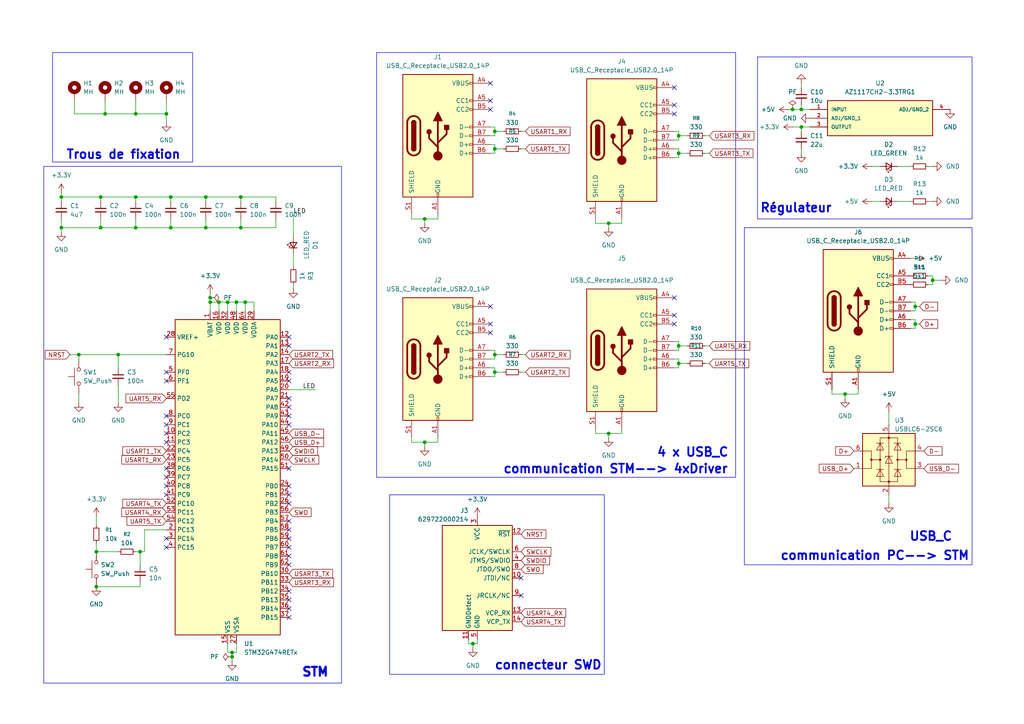
<source format=kicad_sch>
(kicad_sch (version 20250114) (generator "eeschema") (generator_version "9.0")
  (paper "A4")
  (title_block (title "communication schematic") (date "2025-04-07") (rev "V2") (company "ENSEA"))
  (rectangle (start 109.22 15.24) (end 213.36 138.43))
  (rectangle (start 215.9 66.04) (end 281.94 163.83))
  (rectangle (start 12.7 48.26) (end 99.06 198.12))
  (rectangle (start 15.24 15.24) (end 55.88 46.99))
  (rectangle (start 219.71 16.51) (end 281.94 63.5))
  (text "Trous de fixation" (at 35.814 44.958 0) (effects (font (size 2.54 2.54) (thickness 0.508) (bold yes))))
  (text "connecteur SWD\n" (at 159.004 193.04 0) (effects (font (size 2.54 2.54) (thickness 0.508) (bold yes))))
  (text "4 x USB_C\n" (at 200.914 131.318 0) (effects (font (size 2.54 2.54) (thickness 0.508) (bold yes))))
  (text "STM" (at 91.44 195.072 0) (effects (font (size 2.54 2.54) (thickness 0.762) (bold yes))))
  (text "communication STM--> 4xDriver\n" (at 178.562 136.144 0) (effects (font (size 2.54 2.54) (thickness 0.508) (bold yes))))
  (text "communication PC--> STM" (at 253.746 161.29 0) (effects (font (size 2.54 2.54) (thickness 0.508) (bold yes))))
  (text "USB_C\n" (at 270.002 155.702 0) (effects (font (size 2.54 2.54) (thickness 0.508) (bold yes))))
  (text "Régulateur\n" (at 230.886 60.452 0) (effects (font (size 2.54 2.54) (thickness 0.508) (bold yes))))
  (text_box "" (at 113.03 143.51 0) (size 62.23 52.07) (margins 0.9525 0.9525 0.9525 0.9525) (effects (font (size 1.27 1.27)) (justify left top)))
  (junction (at 48.26 33.02))
  (junction (at 232.41 31.75))
  (junction (at 143.51 38.1))
  (junction (at 143.51 43.18))
  (junction (at 59.69 66.04))
  (junction (at 17.78 66.04))
  (junction (at 176.53 125.73))
  (junction (at 60.96 86.36))
  (junction (at 245.11 114.3))
  (junction (at 29.21 57.15))
  (junction (at 176.53 64.77))
  (junction (at 270.51 81.28))
  (junction (at 34.29 102.87))
  (junction (at 39.37 66.04))
  (junction (at 67.31 189.23))
  (junction (at 265.43 88.9))
  (junction (at 49.53 66.04))
  (junction (at 196.85 44.45))
  (junction (at 67.31 190.5))
  (junction (at 63.5 87.63))
  (junction (at 17.78 57.15))
  (junction (at 137.16 186.69))
  (junction (at 232.41 36.83))
  (junction (at 49.53 57.15))
  (junction (at 39.37 57.15))
  (junction (at 68.58 87.63))
  (junction (at 39.37 33.02))
  (junction (at 196.85 39.37))
  (junction (at 196.85 105.41))
  (junction (at 59.69 57.15))
  (junction (at 27.94 170.18))
  (junction (at 40.64 160.02))
  (junction (at 143.51 102.87))
  (junction (at 60.96 87.63))
  (junction (at 69.85 57.15))
  (junction (at 27.94 160.02))
  (junction (at 66.04 87.63))
  (junction (at 123.19 128.27))
  (junction (at 71.12 87.63))
  (junction (at 265.43 93.98))
  (junction (at 196.85 100.33))
  (junction (at 30.48 33.02))
  (junction (at 29.21 66.04))
  (junction (at 22.86 102.87))
  (junction (at 229.87 31.75))
  (junction (at 69.85 66.04))
  (junction (at 143.51 107.95))
  (junction (at 123.19 63.5))
  (no_connect (at 83.82 118.11))
  (no_connect (at 195.58 25.4))
  (no_connect (at 48.26 120.65))
  (no_connect (at 48.26 110.49))
  (no_connect (at 142.24 31.75))
  (no_connect (at 142.24 88.9))
  (no_connect (at 195.58 91.44))
  (no_connect (at 83.82 143.51))
  (no_connect (at 83.82 140.97))
  (no_connect (at 83.82 171.45))
  (no_connect (at 48.26 107.95))
  (no_connect (at 151.13 172.72))
  (no_connect (at 48.26 128.27))
  (no_connect (at 142.24 29.21))
  (no_connect (at 83.82 158.75))
  (no_connect (at 83.82 161.29))
  (no_connect (at 83.82 110.49))
  (no_connect (at 83.82 173.99))
  (no_connect (at 48.26 123.19))
  (no_connect (at 48.26 97.79))
  (no_connect (at 83.82 163.83))
  (no_connect (at 83.82 120.65))
  (no_connect (at 83.82 135.89))
  (no_connect (at 83.82 100.33))
  (no_connect (at 195.58 86.36))
  (no_connect (at 48.26 143.51))
  (no_connect (at 83.82 156.21))
  (no_connect (at 195.58 93.98))
  (no_connect (at 83.82 115.57))
  (no_connect (at 48.26 140.97))
  (no_connect (at 142.24 24.13))
  (no_connect (at 83.82 176.53))
  (no_connect (at 151.13 167.64))
  (no_connect (at 142.24 93.98))
  (no_connect (at 48.26 158.75))
  (no_connect (at 83.82 179.07))
  (no_connect (at 83.82 123.19))
  (no_connect (at 83.82 97.79))
  (no_connect (at 48.26 138.43))
  (no_connect (at 195.58 33.02))
  (no_connect (at 48.26 156.21))
  (no_connect (at 83.82 107.95))
  (no_connect (at 83.82 153.67))
  (no_connect (at 48.26 125.73))
  (no_connect (at 195.58 30.48))
  (no_connect (at 83.82 146.05))
  (no_connect (at 142.24 96.52))
  (no_connect (at 83.82 151.13))
  (no_connect (at 48.26 135.89))
  (wire (pts (xy 27.94 149.86) (xy 27.94 152.4)))
  (wire (pts (xy 59.69 57.15) (xy 59.69 58.42)))
  (wire (pts (xy 48.26 153.67) (xy 41.91 153.67)))
  (wire (pts (xy 245.11 114.3) (xy 245.11 115.57)))
  (wire (pts (xy 17.78 66.04) (xy 29.21 66.04)))
  (wire (pts (xy 196.85 43.18) (xy 196.85 44.45)))
  (wire (pts (xy 195.58 38.1) (xy 196.85 38.1)))
  (wire (pts (xy 151.13 43.18) (xy 152.4 43.18)))
  (wire (pts (xy 63.5 87.63) (xy 60.96 87.63)))
  (wire (pts (xy 17.78 57.15) (xy 17.78 58.42)))
  (wire (pts (xy 67.31 189.23) (xy 68.58 189.23)))
  (wire (pts (xy 27.94 160.02) (xy 34.29 160.02)))
  (wire (pts (xy 85.09 82.55) (xy 85.09 83.82)))
  (wire (pts (xy 41.91 160.02) (xy 40.64 160.02)))
  (wire (pts (xy 265.43 93.98) (xy 265.43 95.25)))
  (wire (pts (xy 264.16 58.42) (xy 260.35 58.42)))
  (wire (pts (xy 257.81 143.51) (xy 257.81 146.05)))
  (wire (pts (xy 127 127) (xy 127 128.27)))
  (wire (pts (xy 59.69 57.15) (xy 69.85 57.15)))
  (wire (pts (xy 66.04 189.23) (xy 67.31 189.23)))
  (wire (pts (xy 27.94 170.18) (xy 40.64 170.18)))
  (wire (pts (xy 49.53 66.04) (xy 59.69 66.04)))
  (wire (pts (xy 137.16 187.96) (xy 137.16 186.69)))
  (wire (pts (xy 123.19 63.5) (xy 123.19 64.77)))
  (wire (pts (xy 137.16 186.69) (xy 135.89 186.69)))
  (wire (pts (xy 248.92 113.03) (xy 248.92 114.3)))
  (wire (pts (xy 80.01 66.04) (xy 80.01 63.5)))
  (wire (pts (xy 39.37 66.04) (xy 39.37 63.5)))
  (wire (pts (xy 41.91 153.67) (xy 41.91 160.02)))
  (wire (pts (xy 49.53 57.15) (xy 59.69 57.15)))
  (wire (pts (xy 176.53 125.73) (xy 176.53 127)))
  (wire (pts (xy 68.58 189.23) (xy 68.58 186.69)))
  (wire (pts (xy 265.43 92.71) (xy 265.43 93.98)))
  (wire (pts (xy 39.37 57.15) (xy 39.37 58.42)))
  (wire (pts (xy 143.51 41.91) (xy 143.51 43.18)))
  (wire (pts (xy 29.21 57.15) (xy 29.21 58.42)))
  (wire (pts (xy 257.81 119.38) (xy 257.81 123.19)))
  (wire (pts (xy 34.29 102.87) (xy 22.86 102.87)))
  (wire (pts (xy 123.19 128.27) (xy 127 128.27)))
  (wire (pts (xy 264.16 87.63) (xy 265.43 87.63)))
  (wire (pts (xy 195.58 99.06) (xy 196.85 99.06)))
  (wire (pts (xy 73.66 87.63) (xy 71.12 87.63)))
  (wire (pts (xy 142.24 106.68) (xy 143.51 106.68)))
  (wire (pts (xy 17.78 55.88) (xy 17.78 57.15)))
  (wire (pts (xy 48.26 102.87) (xy 34.29 102.87)))
  (wire (pts (xy 60.96 86.36) (xy 60.96 87.63)))
  (wire (pts (xy 29.21 57.15) (xy 39.37 57.15)))
  (wire (pts (xy 241.3 113.03) (xy 241.3 114.3)))
  (wire (pts (xy 255.27 48.26) (xy 252.73 48.26)))
  (wire (pts (xy 270.51 58.42) (xy 269.24 58.42)))
  (wire (pts (xy 143.51 43.18) (xy 143.51 44.45)))
  (wire (pts (xy 143.51 107.95) (xy 146.05 107.95)))
  (wire (pts (xy 196.85 39.37) (xy 196.85 40.64)))
  (wire (pts (xy 143.51 109.22) (xy 142.24 109.22)))
  (wire (pts (xy 204.47 105.41) (xy 205.74 105.41)))
  (wire (pts (xy 17.78 66.04) (xy 17.78 67.31)))
  (wire (pts (xy 232.41 36.83) (xy 232.41 38.1)))
  (wire (pts (xy 143.51 36.83) (xy 143.51 38.1)))
  (wire (pts (xy 269.24 80.01) (xy 270.51 80.01)))
  (wire (pts (xy 265.43 90.17) (xy 264.16 90.17)))
  (wire (pts (xy 69.85 66.04) (xy 80.01 66.04)))
  (wire (pts (xy 196.85 40.64) (xy 195.58 40.64)))
  (wire (pts (xy 17.78 57.15) (xy 29.21 57.15)))
  (wire (pts (xy 143.51 107.95) (xy 143.51 109.22)))
  (wire (pts (xy 196.85 101.6) (xy 195.58 101.6)))
  (wire (pts (xy 195.58 43.18) (xy 196.85 43.18)))
  (wire (pts (xy 85.09 62.23) (xy 85.09 68.58)))
  (wire (pts (xy 39.37 66.04) (xy 49.53 66.04)))
  (wire (pts (xy 59.69 66.04) (xy 69.85 66.04)))
  (wire (pts (xy 68.58 87.63) (xy 68.58 90.17)))
  (wire (pts (xy 40.64 160.02) (xy 40.64 163.83)))
  (wire (pts (xy 265.43 88.9) (xy 265.43 90.17)))
  (wire (pts (xy 195.58 104.14) (xy 196.85 104.14)))
  (wire (pts (xy 143.51 38.1) (xy 143.51 39.37)))
  (wire (pts (xy 80.01 57.15) (xy 80.01 58.42)))
  (wire (pts (xy 68.58 87.63) (xy 66.04 87.63)))
  (wire (pts (xy 138.43 185.42) (xy 138.43 186.69)))
  (wire (pts (xy 119.38 63.5) (xy 123.19 63.5)))
  (wire (pts (xy 143.51 102.87) (xy 146.05 102.87)))
  (wire (pts (xy 21.59 33.02) (xy 30.48 33.02)))
  (wire (pts (xy 20.32 102.87) (xy 22.86 102.87)))
  (wire (pts (xy 196.85 105.41) (xy 199.39 105.41)))
  (wire (pts (xy 39.37 33.02) (xy 48.26 33.02)))
  (wire (pts (xy 204.47 100.33) (xy 205.74 100.33)))
  (wire (pts (xy 196.85 105.41) (xy 196.85 106.68)))
  (wire (pts (xy 39.37 29.21) (xy 39.37 33.02)))
  (wire (pts (xy 232.41 24.13) (xy 232.41 25.4)))
  (wire (pts (xy 22.86 114.3) (xy 22.86 116.84)))
  (wire (pts (xy 232.41 31.75) (xy 234.95 31.75)))
  (wire (pts (xy 196.85 104.14) (xy 196.85 105.41)))
  (wire (pts (xy 232.41 36.83) (xy 234.95 36.83)))
  (wire (pts (xy 119.38 127) (xy 119.38 128.27)))
  (wire (pts (xy 265.43 87.63) (xy 265.43 88.9)))
  (wire (pts (xy 143.51 39.37) (xy 142.24 39.37)))
  (wire (pts (xy 265.43 74.93) (xy 264.16 74.93)))
  (wire (pts (xy 29.21 66.04) (xy 39.37 66.04)))
  (wire (pts (xy 22.86 102.87) (xy 22.86 104.14)))
  (wire (pts (xy 66.04 87.63) (xy 63.5 87.63)))
  (wire (pts (xy 48.26 35.56) (xy 48.26 33.02)))
  (wire (pts (xy 172.72 125.73) (xy 176.53 125.73)))
  (wire (pts (xy 172.72 63.5) (xy 172.72 64.77)))
  (wire (pts (xy 265.43 93.98) (xy 266.7 93.98)))
  (wire (pts (xy 67.31 191.77) (xy 67.31 190.5)))
  (wire (pts (xy 30.48 33.02) (xy 39.37 33.02)))
  (wire (pts (xy 66.04 87.63) (xy 66.04 90.17)))
  (wire (pts (xy 196.85 100.33) (xy 199.39 100.33)))
  (wire (pts (xy 270.51 81.28) (xy 270.51 82.55)))
  (wire (pts (xy 119.38 62.23) (xy 119.38 63.5)))
  (wire (pts (xy 63.5 87.63) (xy 63.5 90.17)))
  (wire (pts (xy 196.85 99.06) (xy 196.85 100.33)))
  (wire (pts (xy 71.12 87.63) (xy 68.58 87.63)))
  (wire (pts (xy 49.53 57.15) (xy 49.53 58.42)))
  (wire (pts (xy 204.47 39.37) (xy 205.74 39.37)))
  (wire (pts (xy 172.72 124.46) (xy 172.72 125.73)))
  (wire (pts (xy 69.85 57.15) (xy 69.85 58.42)))
  (wire (pts (xy 143.51 43.18) (xy 146.05 43.18)))
  (wire (pts (xy 143.51 101.6) (xy 143.51 102.87)))
  (wire (pts (xy 60.96 87.63) (xy 60.96 90.17)))
  (wire (pts (xy 67.31 189.23) (xy 67.31 190.5)))
  (wire (pts (xy 229.87 31.75) (xy 232.41 31.75)))
  (wire (pts (xy 176.53 125.73) (xy 180.34 125.73)))
  (wire (pts (xy 48.26 29.21) (xy 48.26 33.02)))
  (wire (pts (xy 264.16 92.71) (xy 265.43 92.71)))
  (wire (pts (xy 265.43 88.9) (xy 266.7 88.9)))
  (wire (pts (xy 264.16 48.26) (xy 260.35 48.26)))
  (wire (pts (xy 27.94 157.48) (xy 27.94 160.02)))
  (wire (pts (xy 241.3 114.3) (xy 245.11 114.3)))
  (wire (pts (xy 196.85 100.33) (xy 196.85 101.6)))
  (wire (pts (xy 270.51 82.55) (xy 269.24 82.55)))
  (wire (pts (xy 21.59 29.21) (xy 21.59 33.02)))
  (wire (pts (xy 180.34 63.5) (xy 180.34 64.77)))
  (wire (pts (xy 49.53 66.04) (xy 49.53 63.5)))
  (wire (pts (xy 270.51 80.01) (xy 270.51 81.28)))
  (wire (pts (xy 196.85 38.1) (xy 196.85 39.37)))
  (wire (pts (xy 143.51 102.87) (xy 143.51 104.14)))
  (wire (pts (xy 196.85 106.68) (xy 195.58 106.68)))
  (wire (pts (xy 232.41 44.45) (xy 232.41 43.18)))
  (wire (pts (xy 143.51 104.14) (xy 142.24 104.14)))
  (wire (pts (xy 123.19 63.5) (xy 127 63.5)))
  (wire (pts (xy 40.64 160.02) (xy 39.37 160.02)))
  (wire (pts (xy 196.85 39.37) (xy 199.39 39.37)))
  (wire (pts (xy 196.85 45.72) (xy 195.58 45.72)))
  (wire (pts (xy 142.24 101.6) (xy 143.51 101.6)))
  (wire (pts (xy 60.96 85.09) (xy 60.96 86.36)))
  (wire (pts (xy 265.43 95.25) (xy 264.16 95.25)))
  (wire (pts (xy 69.85 57.15) (xy 80.01 57.15)))
  (wire (pts (xy 270.51 48.26) (xy 269.24 48.26)))
  (wire (pts (xy 143.51 38.1) (xy 146.05 38.1)))
  (wire (pts (xy 151.13 38.1) (xy 152.4 38.1)))
  (wire (pts (xy 180.34 124.46) (xy 180.34 125.73)))
  (wire (pts (xy 30.48 29.21) (xy 30.48 33.02)))
  (wire (pts (xy 66.04 186.69) (xy 66.04 189.23)))
  (wire (pts (xy 119.38 128.27) (xy 123.19 128.27)))
  (wire (pts (xy 196.85 44.45) (xy 196.85 45.72)))
  (wire (pts (xy 123.19 128.27) (xy 123.19 129.54)))
  (wire (pts (xy 40.64 168.91) (xy 40.64 170.18)))
  (wire (pts (xy 34.29 111.76) (xy 34.29 116.84)))
  (wire (pts (xy 151.13 102.87) (xy 152.4 102.87)))
  (wire (pts (xy 245.11 114.3) (xy 248.92 114.3)))
  (wire (pts (xy 138.43 186.69) (xy 137.16 186.69)))
  (wire (pts (xy 176.53 64.77) (xy 176.53 66.04)))
  (wire (pts (xy 135.89 185.42) (xy 135.89 186.69)))
  (wire (pts (xy 143.51 106.68) (xy 143.51 107.95)))
  (wire (pts (xy 204.47 44.45) (xy 205.74 44.45)))
  (wire (pts (xy 71.12 87.63) (xy 71.12 90.17)))
  (wire (pts (xy 151.13 107.95) (xy 152.4 107.95)))
  (wire (pts (xy 34.29 102.87) (xy 34.29 106.68)))
  (wire (pts (xy 29.21 66.04) (xy 29.21 63.5)))
  (wire (pts (xy 172.72 64.77) (xy 176.53 64.77)))
  (wire (pts (xy 142.24 41.91) (xy 143.51 41.91)))
  (wire (pts (xy 229.87 36.83) (xy 232.41 36.83)))
  (wire (pts (xy 176.53 64.77) (xy 180.34 64.77)))
  (wire (pts (xy 69.85 66.04) (xy 69.85 63.5)))
  (wire (pts (xy 232.41 30.48) (xy 232.41 31.75)))
  (wire (pts (xy 270.51 81.28) (xy 273.05 81.28)))
  (wire (pts (xy 142.24 36.83) (xy 143.51 36.83)))
  (wire (pts (xy 228.6 31.75) (xy 229.87 31.75)))
  (wire (pts (xy 59.69 66.04) (xy 59.69 63.5)))
  (wire (pts (xy 73.66 90.17) (xy 73.66 87.63)))
  (wire (pts (xy 127 62.23) (xy 127 63.5)))
  (wire (pts (xy 39.37 57.15) (xy 49.53 57.15)))
  (wire (pts (xy 83.82 113.03) (xy 91.44 113.03)))
  (wire (pts (xy 17.78 63.5) (xy 17.78 66.04)))
  (wire (pts (xy 143.51 44.45) (xy 142.24 44.45)))
  (wire (pts (xy 85.09 73.66) (xy 85.09 77.47)))
  (wire (pts (xy 196.85 44.45) (xy 199.39 44.45)))
  (wire (pts (xy 255.27 58.42) (xy 252.73 58.42)))
  (label "LED" (at 91.44 113.03 180))
  (label "LED" (at 85.09 62.23 0))
  (global_label "SWDIO" (shape input) (at 151.13 162.56 0) (property "Intersheetrefs" "${INTERSHEET_REFS}" (effects (hide yes))))
  (global_label "UART5_RX" (shape input) (at 205.74 100.33 0) (property "Intersheetrefs" "${INTERSHEET_REFS}" (effects (hide yes))))
  (global_label "D+" (shape input) (at 247.65 130.81 180) (property "Intersheetrefs" "${INTERSHEET_REFS}" (effects (hide yes))))
  (global_label "USART4_TX" (shape input) (at 48.26 146.05 180) (property "Intersheetrefs" "${INTERSHEET_REFS}" (effects (hide yes))))
  (global_label "USB_D-" (shape input) (at 83.82 125.73 0) (property "Intersheetrefs" "${INTERSHEET_REFS}" (effects (hide yes))))
  (global_label "USART4_RX" (shape input) (at 48.26 148.59 180) (property "Intersheetrefs" "${INTERSHEET_REFS}" (effects (hide yes))))
  (global_label "USART4_RX" (shape input) (at 151.13 177.8 0) (property "Intersheetrefs" "${INTERSHEET_REFS}" (effects (hide yes))))
  (global_label "D-" (shape input) (at 267.97 130.81 0) (property "Intersheetrefs" "${INTERSHEET_REFS}" (effects (hide yes))))
  (global_label "SWDIO" (shape input) (at 83.82 130.81 0) (property "Intersheetrefs" "${INTERSHEET_REFS}" (effects (hide yes))))
  (global_label "UART5_TX" (shape input) (at 205.74 105.41 0) (property "Intersheetrefs" "${INTERSHEET_REFS}" (effects (hide yes))))
  (global_label "USART1_RX" (shape input) (at 152.4 38.1 0) (property "Intersheetrefs" "${INTERSHEET_REFS}" (effects (hide yes))))
  (global_label "USART3_RX" (shape input) (at 205.74 39.37 0) (property "Intersheetrefs" "${INTERSHEET_REFS}" (effects (hide yes))))
  (global_label "USART2_RX" (shape input) (at 83.82 105.41 0) (property "Intersheetrefs" "${INTERSHEET_REFS}" (effects (hide yes))))
  (global_label "USART3_RX" (shape input) (at 83.82 168.91 0) (property "Intersheetrefs" "${INTERSHEET_REFS}" (effects (hide yes))))
  (global_label "SWO" (shape input) (at 83.82 148.59 0) (property "Intersheetrefs" "${INTERSHEET_REFS}" (effects (hide yes))))
  (global_label "USART3_TX" (shape input) (at 205.74 44.45 0) (property "Intersheetrefs" "${INTERSHEET_REFS}" (effects (hide yes))))
  (global_label "SWCLK" (shape input) (at 83.82 133.35 0) (property "Intersheetrefs" "${INTERSHEET_REFS}" (effects (hide yes))))
  (global_label "USART3_TX" (shape input) (at 83.82 166.37 0) (property "Intersheetrefs" "${INTERSHEET_REFS}" (effects (hide yes))))
  (global_label "USART1_TX" (shape input) (at 152.4 43.18 0) (property "Intersheetrefs" "${INTERSHEET_REFS}" (effects (hide yes))))
  (global_label "USART1_TX" (shape input) (at 48.26 130.81 180) (property "Intersheetrefs" "${INTERSHEET_REFS}" (effects (hide yes))))
  (global_label "D-" (shape input) (at 266.7 88.9 0) (property "Intersheetrefs" "${INTERSHEET_REFS}" (effects (hide yes))))
  (global_label "D+" (shape input) (at 266.7 93.98 0) (property "Intersheetrefs" "${INTERSHEET_REFS}" (effects (hide yes))))
  (global_label "USB_D-" (shape input) (at 267.97 135.89 0) (property "Intersheetrefs" "${INTERSHEET_REFS}" (effects (hide yes))))
  (global_label "NRST" (shape input) (at 20.32 102.87 180) (property "Intersheetrefs" "${INTERSHEET_REFS}" (effects (hide yes))))
  (global_label "USART2_TX" (shape input) (at 152.4 107.95 0) (property "Intersheetrefs" "${INTERSHEET_REFS}" (effects (hide yes))))
  (global_label "SWO" (shape input) (at 151.13 165.1 0) (property "Intersheetrefs" "${INTERSHEET_REFS}" (effects (hide yes))))
  (global_label "UART5_RX" (shape input) (at 48.26 115.57 180) (property "Intersheetrefs" "${INTERSHEET_REFS}" (effects (hide yes))))
  (global_label "UART5_TX" (shape input) (at 48.26 151.13 180) (property "Intersheetrefs" "${INTERSHEET_REFS}" (effects (hide yes))))
  (global_label "USART4_TX" (shape input) (at 151.13 180.34 0) (property "Intersheetrefs" "${INTERSHEET_REFS}" (effects (hide yes))))
  (global_label "USART1_RX" (shape input) (at 48.26 133.35 180) (property "Intersheetrefs" "${INTERSHEET_REFS}" (effects (hide yes))))
  (global_label "NRST" (shape input) (at 151.13 154.94 0) (property "Intersheetrefs" "${INTERSHEET_REFS}" (effects (hide yes))))
  (global_label "USB_D+" (shape input) (at 83.82 128.27 0) (property "Intersheetrefs" "${INTERSHEET_REFS}" (effects (hide yes))))
  (global_label "USART2_RX" (shape input) (at 152.4 102.87 0) (property "Intersheetrefs" "${INTERSHEET_REFS}" (effects (hide yes))))
  (global_label "USB_D+" (shape input) (at 247.65 135.89 180) (property "Intersheetrefs" "${INTERSHEET_REFS}" (effects (hide yes))))
  (global_label "SWCLK" (shape input) (at 151.13 160.02 0) (property "Intersheetrefs" "${INTERSHEET_REFS}" (effects (hide yes))))
  (global_label "USART2_TX" (shape input) (at 83.82 102.87 0) (property "Intersheetrefs" "${INTERSHEET_REFS}" (effects (hide yes))))
  (symbol (lib_id "power:GND") (at 22.86 116.84 0) (unit 1)
    (property "Reference" "#PWR03" (effects (hide yes)))
    (property "Value" "GND" (at 22.86 121.92 0))
    (property "Description" "Power symbol creates a global label with name \"GND\" , ground" (effects (hide yes)))
  )
  (symbol (lib_id "Mechanical:MountingHole_Pad") (at 21.59 26.67 0) (unit 1) (exclude_from_sim yes) (in_bom no)
    (property "Reference" "H1" (at 24.13 24.1299 0) (effects (justify left)))
    (property "Value" "MH" (at 24.13 26.6699 0) (effects (justify left)))
    (property "Footprint" "MountingHole:MountingHole_3.2mm_M3_Pad_Via" (effects (hide yes)))
    (property "Description" "Mounting Hole with connection" (effects (hide yes)))
  )
  (symbol (lib_name "R_Small_3") (lib_id "Device:R_Small") (at 201.93 100.33 90) (unit 1)
    (property "Reference" "R10" (at 201.93 95.25 90) (effects (font (size 1.016 1.016))))
    (property "Value" "330" (at 201.93 97.79 90))
    (property "Footprint" "Resistor_SMD:R_0402_1005Metric" (effects (hide yes)))
    (property "Description" "Resistor, small symbol" (effects (hide yes)))
  )
  (symbol (lib_id "Device:C_Small") (at 39.37 60.96 0) (unit 1)
    (property "Reference" "C4" (at 41.91 59.6962 0) (effects (justify left)))
    (property "Value" "100n" (at 41.91 62.2362 0) (effects (justify left)))
    (property "Footprint" "Capacitor_SMD:C_0402_1005Metric" (effects (hide yes)))
    (property "Description" "Unpolarized capacitor, small symbol" (effects (hide yes)))
  )
  (symbol (lib_id "power:GND") (at 273.05 81.28 90) (unit 1)
    (property "Reference" "#PWR030" (effects (hide yes)))
    (property "Value" "GND" (at 276.86 81.2799 90) (effects (justify right)))
    (property "Description" "Power symbol creates a global label with name \"GND\" , ground" (effects (hide yes)))
  )
  (symbol (lib_id "AZ1117CH2-3.3TRG1:AZ1117CH2-3.3TRG1") (at 234.95 31.75 0) (unit 1)
    (property "Reference" "U2" (at 255.27 24.13 0))
    (property "Value" "AZ1117CH2-3.3TRG1" (at 255.27 26.67 0))
    (property "Footprint" "Package_TO_SOT_SMD:SOT-223" (effects (hide yes)))
    (property "MANUFACTURER_NAME" "Diodes Inc." (effects (hide yes)))
    (property "MF" "Diodes Inc." (effects (hide yes)))
    (property "MOUSER_PRICE-STOCK" "https://www.mouser.co.uk/ProductDetail/Diodes-Incorporated/AZ1117CH2-33TRG1?qs=lQAVKuKFhkLc7jCxso2G3w%3D%3D" (effects (hide yes)))
    (property "DESCRIPTION" "LDO Voltage Regulators LDO BJT HiCurr SOT223 T&R 4K" (effects (hide yes)))
    (property "MOUSER_PART_NUMBER" "621-AZ1117CH2-33TRG1" (effects (hide yes)))
    (property "Price" "None" (effects (hide yes)))
    (property "Package" "SOT-223 Diodes Inc." (effects (hide yes)))
    (property "Check_prices" "https://www.snapeda.com/parts/AZ1117CH2-3.3TRG1/Diodes+Inc./view-part/?ref=eda" (effects (hide yes)))
    (property "HEIGHT" "1.8mm" (effects (hide yes)))
    (property "SnapEDA_Link" "https://www.snapeda.com/parts/AZ1117CH2-3.3TRG1/Diodes+Inc./view-part/?ref=snap" (effects (hide yes)))
    (property "MP" "AZ1117CH2-3.3TRG1" (effects (hide yes)))
    (property "Description_1" "\n                        \n                            Linear Voltage Regulator IC Positive Fixed 1 Output  1A SOT-223-3\n                        \n" (effects (hide yes)))
    (property "Availability" "In Stock" (effects (hide yes)))
    (property "MANUFACTURER_PART_NUMBER" "AZ1117CH2-3.3TRG1" (effects (hide yes)))
  )
  (symbol (lib_name "R_Small_3") (lib_id "Device:R_Small") (at 266.7 80.01 270) (unit 1)
    (property "Reference" "R14" (at 266.7 74.93 90) (effects (font (size 1.016 1.016))))
    (property "Value" "5k1" (at 266.7 77.47 90))
    (property "Footprint" "Resistor_SMD:R_0402_1005Metric" (effects (hide yes)))
    (property "Description" "Resistor, small symbol" (effects (hide yes)))
  )
  (symbol (lib_id "Device:C_Small") (at 40.64 166.37 0) (unit 1)
    (property "Reference" "C5" (at 43.18 165.1062 0) (effects (justify left)))
    (property "Value" "10n" (at 43.18 167.6462 0) (effects (justify left)))
    (property "Footprint" "Capacitor_SMD:C_0402_1005Metric" (effects (hide yes)))
    (property "Description" "Unpolarized capacitor, small symbol" (effects (hide yes)))
  )
  (symbol (lib_id "Device:C_Small") (at 49.53 60.96 0) (unit 1)
    (property "Reference" "C6" (at 52.07 59.6962 0) (effects (justify left)))
    (property "Value" "100n" (at 52.07 62.2362 0) (effects (justify left)))
    (property "Footprint" "Capacitor_SMD:C_0402_1005Metric" (effects (hide yes)))
    (property "Description" "Unpolarized capacitor, small symbol" (effects (hide yes)))
  )
  (symbol (lib_id "power:GND") (at 17.78 67.31 0) (unit 1)
    (property "Reference" "#PWR02" (effects (hide yes)))
    (property "Value" "GND" (at 17.78 72.39 0))
    (property "Description" "Power symbol creates a global label with name \"GND\" , ground" (effects (hide yes)))
  )
  (symbol (lib_id "power:GND") (at 176.53 127 0) (unit 1)
    (property "Reference" "#PWR016" (effects (hide yes)))
    (property "Value" "GND" (at 176.53 132.08 0))
    (property "Description" "Power symbol creates a global label with name \"GND\" , ground" (effects (hide yes)))
  )
  (symbol (lib_name "R_Small_3") (lib_id "Device:R_Small") (at 201.93 105.41 270) (unit 1)
    (property "Reference" "R11" (at 201.93 100.33 90) (effects (font (size 1.016 1.016))))
    (property "Value" "330" (at 201.93 102.87 90))
    (property "Footprint" "Resistor_SMD:R_0402_1005Metric" (effects (hide yes)))
    (property "Description" "Resistor, small symbol" (effects (hide yes)))
  )
  (symbol (lib_id "Device:C_Small") (at 34.29 109.22 0) (unit 1)
    (property "Reference" "C3" (at 36.83 107.9562 0) (effects (justify left)))
    (property "Value" "100n" (at 36.83 110.4962 0) (effects (justify left)))
    (property "Footprint" "Capacitor_SMD:C_0402_1005Metric" (effects (hide yes)))
    (property "Description" "Unpolarized capacitor, small symbol" (effects (hide yes)))
  )
  (symbol (lib_id "Device:LED_Small") (at 85.09 71.12 90) (unit 1)
    (property "Reference" "D1" (at 91.44 71.0565 0))
    (property "Value" "LED_RED" (at 88.9 71.0565 0))
    (property "Footprint" "LED_SMD:LED_0603_1608Metric" (effects (hide yes)))
    (property "Description" "Light emitting diode, small symbol" (effects (hide yes)))
  )
  (symbol (lib_id "power:+5V") (at 265.43 74.93 270) (unit 1)
    (property "Reference" "#PWR027" (effects (hide yes)))
    (property "Value" "+5V" (at 269.24 74.9299 90) (effects (justify left)))
    (property "Description" "Power symbol creates a global label with name \"+5V\"" (effects (hide yes)))
  )
  (symbol (lib_id "power:+3.3V") (at 27.94 149.86 0) (unit 1)
    (property "Reference" "#PWR04" (effects (hide yes)))
    (property "Value" "+3.3V" (at 27.94 144.78 0))
    (property "Description" "Power symbol creates a global label with name \"+3.3V\"" (effects (hide yes)))
  )
  (symbol (lib_id "power:+5V") (at 252.73 58.42 90) (unit 1)
    (property "Reference" "#PWR024" (effects (hide yes)))
    (property "Value" "+5V" (at 248.92 58.4199 90) (effects (justify left)))
    (property "Description" "Power symbol creates a global label with name \"+5V\"" (effects (hide yes)))
  )
  (symbol (lib_name "R_Small_3") (lib_id "Device:R_Small") (at 266.7 82.55 270) (unit 1)
    (property "Reference" "R15" (at 266.7 77.47 90) (effects (font (size 1.016 1.016))))
    (property "Value" "5k1" (at 266.7 80.01 90))
    (property "Footprint" "Resistor_SMD:R_0402_1005Metric" (effects (hide yes)))
    (property "Description" "Resistor, small symbol" (effects (hide yes)))
  )
  (symbol (lib_id "Device:R_Small") (at 266.7 58.42 90) (unit 1)
    (property "Reference" "R13" (at 266.7 53.34 90))
    (property "Value" "1k" (at 266.7 55.88 90))
    (property "Footprint" "Resistor_SMD:R_0402_1005Metric" (effects (hide yes)))
    (property "Description" "Resistor, small symbol" (effects (hide yes)))
  )
  (symbol (lib_id "Device:C_Small") (at 80.01 60.96 0) (unit 1)
    (property "Reference" "C9" (at 82.55 59.6962 0) (effects (justify left)))
    (property "Value" "100n" (at 82.55 62.2362 0) (effects (justify left)))
    (property "Footprint" "Capacitor_SMD:C_0402_1005Metric" (effects (hide yes)))
    (property "Description" "Unpolarized capacitor, small symbol" (effects (hide yes)))
  )
  (symbol (lib_id "power:GND") (at 270.51 58.42 90) (unit 1)
    (property "Reference" "#PWR029" (effects (hide yes)))
    (property "Value" "GND" (at 274.32 58.4199 90) (effects (justify right)))
    (property "Description" "Power symbol creates a global label with name \"GND\" , ground" (effects (hide yes)))
  )
  (symbol (lib_id "Device:R_Small") (at 85.09 80.01 0) (unit 1)
    (property "Reference" "R3" (at 90.17 80.01 90))
    (property "Value" "1k" (at 87.63 80.01 90))
    (property "Footprint" "Resistor_SMD:R_0402_1005Metric" (effects (hide yes)))
    (property "Description" "Resistor, small symbol" (effects (hide yes)))
  )
  (symbol (lib_id "power:PWR_FLAG") (at 229.87 31.75 0) (unit 1)
    (property "Reference" "#FLG03" (effects (hide yes)))
    (property "Value" "PF" (at 229.87 26.67 0))
    (property "Description" "Special symbol for telling ERC where power comes from" (effects (hide yes)))
  )
  (symbol (lib_id "Device:R_Small") (at 266.7 48.26 90) (unit 1)
    (property "Reference" "R12" (at 266.7 43.18 90))
    (property "Value" "1k" (at 266.7 45.72 90))
    (property "Footprint" "Resistor_SMD:R_0402_1005Metric" (effects (hide yes)))
    (property "Description" "Resistor, small symbol" (effects (hide yes)))
  )
  (symbol (lib_id "power:GND") (at 275.59 31.75 0) (unit 1)
    (property "Reference" "#PWR031" (effects (hide yes)))
    (property "Value" "GND" (at 275.59 36.83 0))
    (property "Description" "Power symbol creates a global label with name \"GND\" , ground" (effects (hide yes)))
  )
  (symbol (lib_id "Device:LED_Small") (at 257.81 48.26 180) (unit 1)
    (property "Reference" "D2" (at 257.7465 41.91 0))
    (property "Value" "LED_GREEN" (at 257.7465 44.45 0))
    (property "Footprint" "LED_SMD:LED_0603_1608Metric" (effects (hide yes)))
    (property "Description" "Light emitting diode, small symbol" (effects (hide yes)))
  )
  (symbol (lib_name "R_Small_3") (lib_id "Device:R_Small") (at 201.93 39.37 90) (unit 1)
    (property "Reference" "R8" (at 201.93 34.29 90) (effects (font (size 1.016 1.016))))
    (property "Value" "330" (at 201.93 36.83 90))
    (property "Footprint" "Resistor_SMD:R_0402_1005Metric" (effects (hide yes)))
    (property "Description" "Resistor, small symbol" (effects (hide yes)))
  )
  (symbol (lib_id "Connector:USB_C_Receptacle_USB2.0_14P") (at 180.34 40.64 0) (unit 1)
    (property "Reference" "J4" (at 180.34 17.78 0))
    (property "Value" "USB_C_Receptacle_USB2.0_14P" (at 180.34 20.32 0))
    (property "Footprint" "Connector_USB:USB_C_Receptacle_HCTL_HC-TYPE-C-16P-01A" (effects (hide yes)))
    (property "Datasheet" "https://www.usb.org/sites/default/files/documents/usb_type-c.zip" (effects (hide yes)))
    (property "Description" "USB 2.0-only 14P Type-C Receptacle connector" (effects (hide yes)))
  )
  (symbol (lib_id "power:GND") (at 232.41 44.45 0) (unit 1)
    (property "Reference" "#PWR020" (effects (hide yes)))
    (property "Value" "GND" (at 232.41 49.53 0))
    (property "Description" "Power symbol creates a global label with name \"GND\" , ground" (effects (hide yes)))
  )
  (symbol (lib_id "Power_Protection:USBLC6-2SC6") (at 257.81 133.35 0) (unit 1)
    (property "Reference" "U3" (at 259.4611 121.92 0) (effects (justify left)))
    (property "Value" "USBLC6-2SC6" (at 259.4611 124.46 0) (effects (justify left)))
    (property "Footprint" "Package_TO_SOT_SMD:SOT-23-6" (effects (hide yes)))
    (property "Datasheet" "https://www.st.com/resource/en/datasheet/usblc6-2.pdf" (effects (hide yes)))
    (property "Fournisseur" "RS" (effects (hide yes)))
    (property "MFR" "USBLC6-2SC6" (effects (hide yes)))
    (property "Ref" "624-7693" (effects (hide yes)))
  )
  (symbol (lib_id "power:GND") (at 123.19 129.54 0) (unit 1)
    (property "Reference" "#PWR012" (effects (hide yes)))
    (property "Value" "GND" (at 123.19 134.62 0))
    (property "Description" "Power symbol creates a global label with name \"GND\" , ground" (effects (hide yes)))
  )
  (symbol (lib_name "R_Small_3") (lib_id "Device:R_Small") (at 148.59 38.1 90) (unit 1)
    (property "Reference" "R4" (at 148.59 33.02 90) (effects (font (size 1.016 1.016))))
    (property "Value" "330" (at 148.59 35.56 90))
    (property "Footprint" "Resistor_SMD:R_0402_1005Metric" (effects (hide yes)))
    (property "Description" "Resistor, small symbol" (effects (hide yes)))
  )
  (symbol (lib_id "MCU_ST_STM32G4:STM32G474RETx") (at 66.04 138.43 0) (unit 1)
    (property "Reference" "U1" (at 70.7741 186.69 0) (effects (justify left)))
    (property "Value" "STM32G474RETx" (at 70.7741 189.23 0) (effects (justify left)))
    (property "Footprint" "Package_QFP:LQFP-64_10x10mm_P0.5mm" (effects (hide yes)))
    (property "Datasheet" "https://www.st.com/resource/en/datasheet/stm32g474re.pdf" (effects (hide yes)))
    (property "Description" "STMicroelectronics Arm Cortex-M4 MCU, 512KB flash, 128KB RAM, 170 MHz, 1.71-3.6V, 52 GPIO, LQFP64" (effects (hide yes)))
  )
  (symbol (lib_id "power:GND") (at 234.95 34.29 270) (unit 1)
    (property "Reference" "#PWR021" (effects (hide yes)))
    (property "Value" "GND" (at 231.14 34.2899 90) (effects (justify right)))
    (property "Description" "Power symbol creates a global label with name \"GND\" , ground" (effects (hide yes)))
  )
  (symbol (lib_name "R_Small_3") (lib_id "Device:R_Small") (at 148.59 43.18 270) (unit 1)
    (property "Reference" "R5" (at 148.59 38.1 90) (effects (font (size 1.016 1.016))))
    (property "Value" "330" (at 148.59 40.64 90))
    (property "Footprint" "Resistor_SMD:R_0402_1005Metric" (effects (hide yes)))
    (property "Description" "Resistor, small symbol" (effects (hide yes)))
  )
  (symbol (lib_id "power:GND") (at 48.26 35.56 0) (unit 1)
    (property "Reference" "#PWR07" (effects (hide yes)))
    (property "Value" "GND" (at 48.26 40.64 0))
    (property "Description" "Power symbol creates a global label with name \"GND\" , ground" (effects (hide yes)))
  )
  (symbol (lib_id "Switch:SW_Push") (at 27.94 165.1 90) (unit 1)
    (property "Reference" "SW2" (at 29.21 163.8299 90) (effects (justify right)))
    (property "Value" "SW_Push" (at 29.21 166.3699 90) (effects (justify right)))
    (property "Footprint" "430152043826:430152043826" (effects (hide yes)))
    (property "Description" "Push button switch, generic, two pins" (effects (hide yes)))
  )
  (symbol (lib_id "power:GND") (at 176.53 66.04 0) (unit 1)
    (property "Reference" "#PWR015" (effects (hide yes)))
    (property "Value" "GND" (at 176.53 71.12 0))
    (property "Description" "Power symbol creates a global label with name \"GND\" , ground" (effects (hide yes)))
  )
  (symbol (lib_id "Device:C_Small") (at 232.41 27.94 0) (unit 1)
    (property "Reference" "C10" (at 234.95 26.6762 0) (effects (justify left)))
    (property "Value" "10u" (at 234.95 29.2162 0) (effects (justify left)))
    (property "Footprint" "Capacitor_SMD:C_0603_1608Metric" (effects (hide yes)))
    (property "Description" "Unpolarized capacitor, small symbol" (effects (hide yes)))
  )
  (symbol (lib_id "Mechanical:MountingHole_Pad") (at 30.48 26.67 0) (unit 1) (exclude_from_sim yes) (in_bom no)
    (property "Reference" "H2" (at 33.02 24.1299 0) (effects (justify left)))
    (property "Value" "MH" (at 33.02 26.6699 0) (effects (justify left)))
    (property "Footprint" "MountingHole:MountingHole_3.2mm_M3_Pad_Via" (effects (hide yes)))
    (property "Description" "Mounting Hole with connection" (effects (hide yes)))
  )
  (symbol (lib_id "power:GND") (at 85.09 83.82 0) (unit 1)
    (property "Reference" "#PWR010" (effects (hide yes)))
    (property "Value" "GND" (at 85.09 88.9 0))
    (property "Description" "Power symbol creates a global label with name \"GND\" , ground" (effects (hide yes)))
  )
  (symbol (lib_name "R_Small_3") (lib_id "Device:R_Small") (at 201.93 44.45 270) (unit 1)
    (property "Reference" "R9" (at 201.93 39.37 90) (effects (font (size 1.016 1.016))))
    (property "Value" "330" (at 201.93 41.91 90))
    (property "Footprint" "Resistor_SMD:R_0402_1005Metric" (effects (hide yes)))
    (property "Description" "Resistor, small symbol" (effects (hide yes)))
  )
  (symbol (lib_id "Connector:USB_C_Receptacle_USB2.0_14P") (at 127 39.37 0) (unit 1)
    (property "Reference" "J1" (at 127 16.51 0))
    (property "Value" "USB_C_Receptacle_USB2.0_14P" (at 127 19.05 0))
    (property "Footprint" "Connector_USB:USB_C_Receptacle_HCTL_HC-TYPE-C-16P-01A" (effects (hide yes)))
    (property "Datasheet" "https://www.usb.org/sites/default/files/documents/usb_type-c.zip" (effects (hide yes)))
    (property "Description" "USB 2.0-only 14P Type-C Receptacle connector" (effects (hide yes)))
  )
  (symbol (lib_id "power:GND") (at 34.29 116.84 0) (unit 1)
    (property "Reference" "#PWR06" (effects (hide yes)))
    (property "Value" "GND" (at 34.29 121.92 0))
    (property "Description" "Power symbol creates a global label with name \"GND\" , ground" (effects (hide yes)))
  )
  (symbol (lib_id "power:+3.3V") (at 60.96 85.09 0) (unit 1)
    (property "Reference" "#PWR08" (effects (hide yes)))
    (property "Value" "+3.3V" (at 60.96 80.01 0))
    (property "Description" "Power symbol creates a global label with name \"+3.3V\"" (effects (hide yes)))
  )
  (symbol (lib_id "Device:C_Small") (at 17.78 60.96 0) (unit 1)
    (property "Reference" "C1" (at 20.32 59.6962 0) (effects (justify left)))
    (property "Value" "4u7" (at 20.32 62.2362 0) (effects (justify left)))
    (property "Footprint" "Capacitor_SMD:C_0603_1608Metric" (effects (hide yes)))
    (property "Description" "Unpolarized capacitor, small symbol" (effects (hide yes)))
  )
  (symbol (lib_id "power:+3.3V") (at 138.43 149.86 0) (unit 1)
    (property "Reference" "#PWR014" (effects (hide yes)))
    (property "Value" "+3.3V" (at 138.43 144.78 0))
    (property "Description" "Power symbol creates a global label with name \"+3.3V\"" (effects (hide yes)))
  )
  (symbol (lib_id "Device:C_Small") (at 69.85 60.96 0) (unit 1)
    (property "Reference" "C8" (at 72.39 59.6962 0) (effects (justify left)))
    (property "Value" "100n" (at 72.39 62.2362 0) (effects (justify left)))
    (property "Footprint" "Capacitor_SMD:C_0402_1005Metric" (effects (hide yes)))
    (property "Description" "Unpolarized capacitor, small symbol" (effects (hide yes)))
  )
  (symbol (lib_id "power:GND") (at 257.81 146.05 0) (unit 1)
    (property "Reference" "#PWR026" (effects (hide yes)))
    (property "Value" "GND" (at 257.81 151.13 0))
    (property "Description" "Power symbol creates a global label with name \"GND\" , ground" (effects (hide yes)))
  )
  (symbol (lib_id "Connector:USB_C_Receptacle_USB2.0_14P") (at 248.92 90.17 0) (unit 1)
    (property "Reference" "J6" (at 248.92 67.31 0))
    (property "Value" "USB_C_Receptacle_USB2.0_14P" (at 248.92 69.85 0))
    (property "Footprint" "Connector_USB:USB_C_Receptacle_HCTL_HC-TYPE-C-16P-01A" (effects (hide yes)))
    (property "Datasheet" "https://www.usb.org/sites/default/files/documents/usb_type-c.zip" (effects (hide yes)))
    (property "Description" "USB 2.0-only 14P Type-C Receptacle connector" (effects (hide yes)))
  )
  (symbol (lib_id "power:PWR_FLAG") (at 60.96 86.36 270) (unit 1)
    (property "Reference" "#FLG01" (effects (hide yes)))
    (property "Value" "PF" (at 64.77 86.3599 90) (effects (justify left)))
    (property "Description" "Special symbol for telling ERC where power comes from" (effects (hide yes)))
  )
  (symbol (lib_name "R_Small_3") (lib_id "Device:R_Small") (at 148.59 102.87 90) (unit 1)
    (property "Reference" "R6" (at 148.59 97.79 90) (effects (font (size 1.016 1.016))))
    (property "Value" "330" (at 148.59 100.33 90))
    (property "Footprint" "Resistor_SMD:R_0402_1005Metric" (effects (hide yes)))
    (property "Description" "Resistor, small symbol" (effects (hide yes)))
  )
  (symbol (lib_id "power:GND") (at 245.11 115.57 0) (unit 1)
    (property "Reference" "#PWR022" (effects (hide yes)))
    (property "Value" "GND" (at 245.11 120.65 0))
    (property "Description" "Power symbol creates a global label with name \"GND\" , ground" (effects (hide yes)))
  )
  (symbol (lib_id "Mechanical:MountingHole_Pad") (at 48.26 26.67 0) (unit 1) (exclude_from_sim yes) (in_bom no)
    (property "Reference" "H4" (at 50.8 24.1299 0) (effects (justify left)))
    (property "Value" "MH" (at 50.8 26.6699 0) (effects (justify left)))
    (property "Footprint" "MountingHole:MountingHole_3.2mm_M3_Pad_Via" (effects (hide yes)))
    (property "Description" "Mounting Hole with connection" (effects (hide yes)))
  )
  (symbol (lib_id "Mechanical:MountingHole_Pad") (at 39.37 26.67 0) (unit 1) (exclude_from_sim yes) (in_bom no)
    (property "Reference" "H3" (at 41.91 24.1299 0) (effects (justify left)))
    (property "Value" "MH" (at 41.91 26.6699 0) (effects (justify left)))
    (property "Footprint" "MountingHole:MountingHole_3.2mm_M3_Pad_Via" (effects (hide yes)))
    (property "Description" "Mounting Hole with connection" (effects (hide yes)))
  )
  (symbol (lib_id "power:GND") (at 67.31 191.77 0) (unit 1)
    (property "Reference" "#PWR09" (effects (hide yes)))
    (property "Value" "GND" (at 67.31 196.85 0))
    (property "Description" "Power symbol creates a global label with name \"GND\" , ground" (effects (hide yes)))
  )
  (symbol (lib_id "power:PWR_FLAG") (at 67.31 190.5 90) (unit 1)
    (property "Reference" "#FLG02" (effects (hide yes)))
    (property "Value" "PF" (at 63.5 190.4999 90) (effects (justify left)))
    (property "Description" "Special symbol for telling ERC where power comes from" (effects (hide yes)))
  )
  (symbol (lib_id "Device:C_Small") (at 29.21 60.96 0) (unit 1)
    (property "Reference" "C2" (at 31.75 59.6962 0) (effects (justify left)))
    (property "Value" "100n" (at 31.75 62.2362 0) (effects (justify left)))
    (property "Footprint" "Capacitor_SMD:C_0402_1005Metric" (effects (hide yes)))
    (property "Description" "Unpolarized capacitor, small symbol" (effects (hide yes)))
  )
  (symbol (lib_id "power:+3.3V") (at 229.87 36.83 90) (unit 1)
    (property "Reference" "#PWR018" (effects (hide yes)))
    (property "Value" "+3.3V" (at 226.06 36.8299 90) (effects (justify left)))
    (property "Description" "Power symbol creates a global label with name \"+3.3V\"" (effects (hide yes)))
  )
  (symbol (lib_id "power:GND") (at 123.19 64.77 0) (unit 1)
    (property "Reference" "#PWR011" (effects (hide yes)))
    (property "Value" "GND" (at 123.19 69.85 0))
    (property "Description" "Power symbol creates a global label with name \"GND\" , ground" (effects (hide yes)))
  )
  (symbol (lib_id "Device:LED_Small") (at 257.81 58.42 180) (unit 1)
    (property "Reference" "D3" (at 257.7465 52.07 0))
    (property "Value" "LED_RED" (at 257.7465 54.61 0))
    (property "Footprint" "LED_SMD:LED_0603_1608Metric" (effects (hide yes)))
    (property "Description" "Light emitting diode, small symbol" (effects (hide yes)))
  )
  (symbol (lib_id "Connector:USB_C_Receptacle_USB2.0_14P") (at 180.34 101.6 0) (unit 1)
    (property "Reference" "J5" (at 180.34 74.93 0))
    (property "Value" "USB_C_Receptacle_USB2.0_14P" (at 180.34 81.28 0))
    (property "Footprint" "Connector_USB:USB_C_Receptacle_HCTL_HC-TYPE-C-16P-01A" (effects (hide yes)))
    (property "Datasheet" "https://www.usb.org/sites/default/files/documents/usb_type-c.zip" (effects (hide yes)))
    (property "Description" "USB 2.0-only 14P Type-C Receptacle connector" (effects (hide yes)))
  )
  (symbol (lib_id "power:GND") (at 137.16 187.96 0) (unit 1)
    (property "Reference" "#PWR013" (effects (hide yes)))
    (property "Value" "GND" (at 137.16 193.04 0))
    (property "Description" "Power symbol creates a global label with name \"GND\" , ground" (effects (hide yes)))
  )
  (symbol (lib_id "Connector:Conn_ST_STDC14") (at 138.43 167.64 0) (unit 1)
    (property "Reference" "J3" (at 135.89 148.082 0) (effects (justify right)))
    (property "Value" "629722000214" (at 135.89 150.622 0) (effects (justify right)))
    (property "Footprint" "Connector_PinHeader_1.27mm:PinHeader_2x07_P1.27mm_Vertical_SMD" (effects (hide yes)))
    (property "Datasheet" "https://www.st.com/content/ccc/resource/technical/document/user_manual/group1/99/49/91/b6/b2/3a/46/e5/DM00526767/files/DM00526767.pdf/jcr:content/translations/en.DM00526767.pdf" (effects (hide yes)))
    (property "Description" "ST Debug Connector, standard ARM Cortex-M SWD and JTAG interface plus UART" (effects (hide yes)))
  )
  (symbol (lib_id "power:+3.3V") (at 252.73 48.26 90) (unit 1)
    (property "Reference" "#PWR023" (effects (hide yes)))
    (property "Value" "+3.3V" (at 248.92 48.2599 90) (effects (justify left)))
    (property "Description" "Power symbol creates a global label with name \"+3.3V\"" (effects (hide yes)))
  )
  (symbol (lib_id "Connector:USB_C_Receptacle_USB2.0_14P") (at 127 104.14 0) (unit 1)
    (property "Reference" "J2" (at 127 81.28 0))
    (property "Value" "USB_C_Receptacle_USB2.0_14P" (at 127 83.82 0))
    (property "Footprint" "Connector_USB:USB_C_Receptacle_HCTL_HC-TYPE-C-16P-01A" (effects (hide yes)))
    (property "Datasheet" "https://www.usb.org/sites/default/files/documents/usb_type-c.zip" (effects (hide yes)))
    (property "Description" "USB 2.0-only 14P Type-C Receptacle connector" (effects (hide yes)))
  )
  (symbol (lib_id "power:+3.3V") (at 17.78 55.88 0) (unit 1)
    (property "Reference" "#PWR01" (effects (hide yes)))
    (property "Value" "+3.3V" (at 17.78 50.8 0))
    (property "Description" "Power symbol creates a global label with name \"+3.3V\"" (effects (hide yes)))
  )
  (symbol (lib_name "R_Small_3") (lib_id "Device:R_Small") (at 148.59 107.95 270) (unit 1)
    (property "Reference" "R7" (at 148.59 102.87 90) (effects (font (size 1.016 1.016))))
    (property "Value" "330" (at 148.59 105.41 90))
    (property "Footprint" "Resistor_SMD:R_0402_1005Metric" (effects (hide yes)))
    (property "Description" "Resistor, small symbol" (effects (hide yes)))
  )
  (symbol (lib_id "power:GND") (at 232.41 24.13 180) (unit 1)
    (property "Reference" "#PWR019" (effects (hide yes)))
    (property "Value" "GND" (at 232.41 19.05 0))
    (property "Description" "Power symbol creates a global label with name \"GND\" , ground" (effects (hide yes)))
  )
  (symbol (lib_id "Switch:SW_Push") (at 22.86 109.22 90) (unit 1)
    (property "Reference" "SW1" (at 24.13 107.9499 90) (effects (justify right)))
    (property "Value" "SW_Push" (at 24.13 110.4899 90) (effects (justify right)))
    (property "Footprint" "430152043826:430152043826" (effects (hide yes)))
    (property "Description" "Push button switch, generic, two pins" (effects (hide yes)))
  )
  (symbol (lib_name "R_Small_1") (lib_id "Device:R_Small") (at 36.83 160.02 270) (unit 1)
    (property "Reference" "R2" (at 36.83 154.94 90) (effects (font (size 1.016 1.016))))
    (property "Value" "10k" (at 36.83 157.48 90))
    (property "Footprint" "Resistor_SMD:R_0402_1005Metric" (effects (hide yes)))
    (property "Description" "Resistor, small symbol" (effects (hide yes)))
  )
  (symbol (lib_id "Device:C_Small") (at 232.41 40.64 0) (unit 1)
    (property "Reference" "C11" (at 234.95 39.3762 0) (effects (justify left)))
    (property "Value" "22u" (at 234.95 41.9162 0) (effects (justify left)))
    (property "Footprint" "Capacitor_SMD:C_0805_2012Metric" (effects (hide yes)))
    (property "Description" "Unpolarized capacitor, small symbol" (effects (hide yes)))
  )
  (symbol (lib_id "power:GND") (at 270.51 48.26 90) (unit 1)
    (property "Reference" "#PWR028" (effects (hide yes)))
    (property "Value" "GND" (at 274.32 48.2599 90) (effects (justify right)))
    (property "Description" "Power symbol creates a global label with name \"GND\" , ground" (effects (hide yes)))
  )
  (symbol (lib_name "R_Small_2") (lib_id "Device:R_Small") (at 27.94 154.94 0) (unit 1)
    (property "Reference" "R1" (at 30.48 153.6699 0) (effects (font (size 1.016 1.016)) (justify left)))
    (property "Value" "10k" (at 30.48 156.2099 0) (effects (justify left)))
    (property "Footprint" "Resistor_SMD:R_0402_1005Metric" (effects (hide yes)))
    (property "Description" "Resistor, small symbol" (effects (hide yes)))
  )
  (symbol (lib_id "power:+5V") (at 257.81 119.38 0) (unit 1)
    (property "Reference" "#PWR025" (effects (hide yes)))
    (property "Value" "+5V" (at 257.81 114.3 0))
    (property "Description" "Power symbol creates a global label with name \"+5V\"" (effects (hide yes)))
  )
  (symbol (lib_id "Device:C_Small") (at 59.69 60.96 0) (unit 1)
    (property "Reference" "C7" (at 62.23 59.6962 0) (effects (justify left)))
    (property "Value" "100n" (at 62.23 62.2362 0) (effects (justify left)))
    (property "Footprint" "Capacitor_SMD:C_0402_1005Metric" (effects (hide yes)))
    (property "Description" "Unpolarized capacitor, small symbol" (effects (hide yes)))
  )
  (symbol (lib_id "power:+5V") (at 228.6 31.75 90) (unit 1)
    (property "Reference" "#PWR017" (effects (hide yes)))
    (property "Value" "+5V" (at 224.79 31.7499 90) (effects (justify left)))
    (property "Description" "Power symbol creates a global label with name \"+5V\"" (effects (hide yes)))
  )
  (symbol (lib_id "power:GND") (at 27.94 170.18 0) (unit 1)
    (property "Reference" "#PWR05" (effects (hide yes)))
    (property "Value" "GND" (at 27.94 175.26 0))
    (property "Description" "Power symbol creates a global label with name \"GND\" , ground" (effects (hide yes)))
  )
)
</source>
